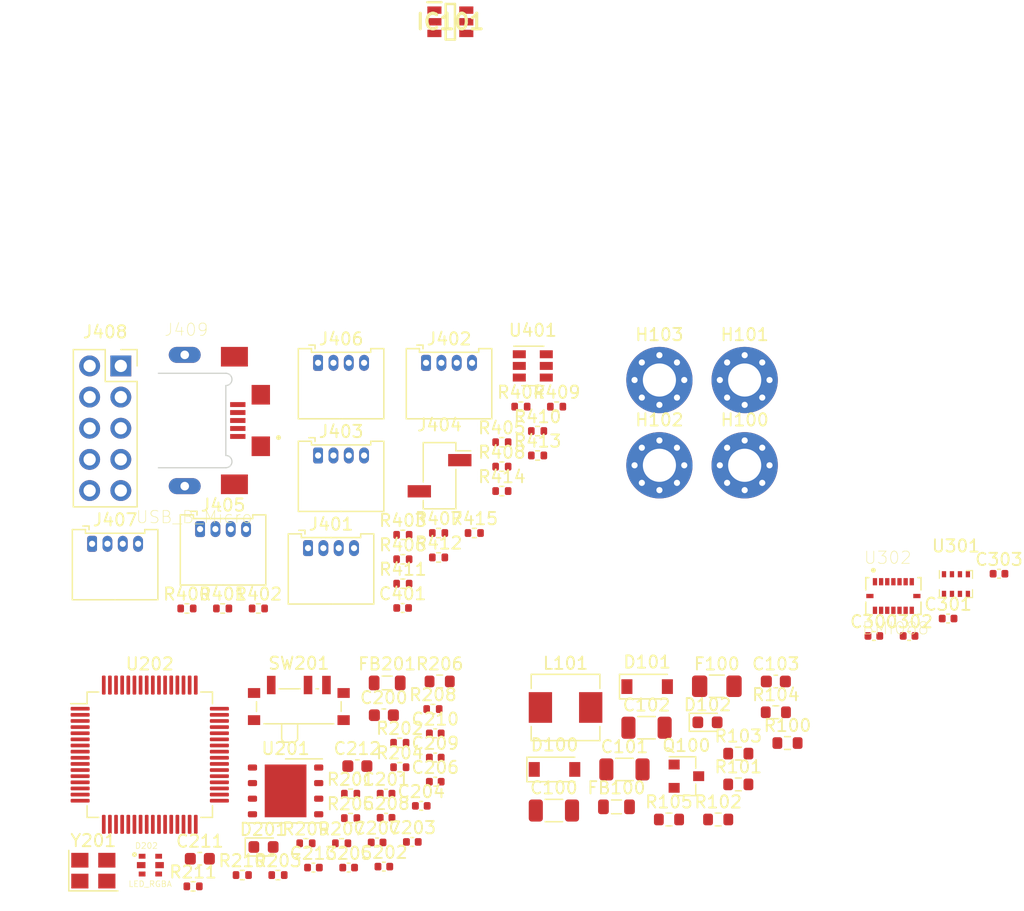
<source format=kicad_pcb>
(kicad_pcb (version 20171130) (host pcbnew "(5.1.10-1-10_14)")
  (layers (0 F.Cu signal) (31 B.Cu signal) (34 B.Paste user) (35 F.Paste user) (36 B.SilkS user) (37 F.SilkS user) (38 B.Mask user) (39 F.Mask user) (44 Edge.Cuts user))
  (net 0 "")
  (net 1 "Net-(C100-Pad1)")
  (net 2 GND)
  (net 3 +3V3)
  (net 4 BST)
  (net 5 SW)
  (net 6 +3.3VA)
  (net 7 HSE_IN)
  (net 8 "Net-(C210-Pad1)")
  (net 9 "Net-(C211-Pad1)")
  (net 10 "Net-(C212-Pad1)")
  (net 11 NRST)
  (net 12 "Net-(D100-Pad1)")
  (net 13 +5V)
  (net 14 "Net-(D102-Pad1)")
  (net 15 "Net-(D201-Pad1)")
  (net 16 "Net-(D201-Pad2)")
  (net 17 "Net-(D202-Pad1)")
  (net 18 "Net-(D202-Pad3)")
  (net 19 "Net-(D202-Pad2)")
  (net 20 "Net-(F100-Pad2)")
  (net 21 "Net-(J401-Pad2)")
  (net 22 "Net-(J401-Pad3)")
  (net 23 "Net-(J402-Pad3)")
  (net 24 "Net-(J402-Pad2)")
  (net 25 "Net-(J403-Pad3)")
  (net 26 "Net-(J403-Pad2)")
  (net 27 VCC)
  (net 28 "Net-(J405-Pad2)")
  (net 29 "Net-(J405-Pad3)")
  (net 30 "Net-(J406-Pad2)")
  (net 31 "Net-(J406-Pad3)")
  (net 32 "Net-(J407-Pad3)")
  (net 33 "Net-(J407-Pad2)")
  (net 34 "Net-(J408-Pad2)")
  (net 35 "Net-(J408-Pad4)")
  (net 36 "Net-(J408-Pad6)")
  (net 37 "Net-(J408-Pad7)")
  (net 38 "Net-(J408-Pad8)")
  (net 39 "Net-(J408-Pad10)")
  (net 40 USB_CONN_D+)
  (net 41 "Net-(J409-Pad4)")
  (net 42 USB_CONN_D-)
  (net 43 "Net-(IC101-Pad4)")
  (net 44 FB)
  (net 45 "Net-(R103-Pad2)")
  (net 46 FLASH_!WP)
  (net 47 FLASH_!HOLD)
  (net 48 BOOT0)
  (net 49 HSE_OUT)
  (net 50 BOOT1)
  (net 51 TIM3_CH1)
  (net 52 I2C1_SCL)
  (net 53 I2C1_SDA)
  (net 54 TIM3_CH2)
  (net 55 TIM4_CH1)
  (net 56 ADC1_IN0)
  (net 57 TIM2_CH3)
  (net 58 ADC1_IN1)
  (net 59 TIM2_CH4)
  (net 60 USART1_TX)
  (net 61 TIM3_CH3)
  (net 62 ADC1_IN2)
  (net 63 USART1_RX)
  (net 64 TIM3_CH4)
  (net 65 ADC1_IN3)
  (net 66 SWDIO)
  (net 67 SWCLK)
  (net 68 SWO)
  (net 69 SPI2_CS)
  (net 70 SPI2_MISO)
  (net 71 SPI2_MOSI)
  (net 72 SPI2_SCK)
  (net 73 "Net-(U202-Pad2)")
  (net 74 "Net-(U202-Pad3)")
  (net 75 "Net-(U202-Pad4)")
  (net 76 "Net-(U202-Pad8)")
  (net 77 "Net-(U202-Pad9)")
  (net 78 INT_ACC)
  (net 79 INT_GYR)
  (net 80 SPI1_CS_ACC)
  (net 81 SPI1_SCK)
  (net 82 SPI1_MISO)
  (net 83 SPI1_MOSI)
  (net 84 SPI1_CS_GYR)
  (net 85 "Net-(U202-Pad25)")
  (net 86 "Net-(U202-Pad39)")
  (net 87 "Net-(U202-Pad40)")
  (net 88 "Net-(U202-Pad41)")
  (net 89 USB_D-)
  (net 90 USB_D+)
  (net 91 SPI3_CS)
  (net 92 SPI3_SCK)
  (net 93 SPI3_MISO)
  (net 94 SPI3_MOSI)
  (net 95 "Net-(U202-Pad54)")
  (net 96 "Net-(U202-Pad59)")
  (net 97 "Net-(U302-Pad1)")
  (net 98 "Net-(U302-Pad13)")
  (module MP2359DJ-LF-Z:SOT95P280X100-6N (layer F.Cu) (at 189.700001 25.550001)
    (fp_text reference IC101 (at 0 0) (layer F.SilkS) (effects (font (size 1.27 1.27) (thickness 0.254))))
    (fp_text value MP2359DJ-LF-Z hide)
    (pad 6 smd rect (at 1.3 -0.95 90) (size 0.6 1.15) (layers F.Cu F.Paste F.Mask) (net 5 SW))
    (pad 5 smd rect (at 1.3 0 90) (size 0.6 1.15) (layers F.Cu F.Paste F.Mask) (net 1 "Net-(C100-Pad1)"))
    (pad 4 smd rect (at 1.3 0.95 90) (size 0.6 1.15) (layers F.Cu F.Paste F.Mask) (net 43 "Net-(IC101-Pad4)"))
    (pad 3 smd rect (at -1.3 0.95 90) (size 0.6 1.15) (layers F.Cu F.Paste F.Mask) (net 44 FB))
    (pad 2 smd rect (at -1.3 0 90) (size 0.6 1.15) (layers F.Cu F.Paste F.Mask) (net 2 GND))
    (pad 1 smd rect (at -1.3 -0.95 90) (size 0.6 1.15) (layers F.Cu F.Paste F.Mask) (net 4 BST))
  )
  (module Capacitor_SMD:C_1206_3216Metric (layer F.Cu) (at 198.140001 89.840001)
    (fp_text reference C100 (at 0 -1.85) (layer F.SilkS))
    (fp_text value 10u)
    (pad 1 smd roundrect (at -1.475 0) (size 1.15 1.8) (layers F.Cu F.Paste F.Mask) (roundrect_rratio 0.217391) (net 1 "Net-(C100-Pad1)"))
    (pad 2 smd roundrect (at 1.475 0) (size 1.15 1.8) (layers F.Cu F.Paste F.Mask) (roundrect_rratio 0.217391) (net 2 GND))
  )
  (module Capacitor_SMD:C_1206_3216Metric (layer F.Cu) (at 203.890001 86.490001)
    (fp_text reference C101 (at 0 -1.85) (layer F.SilkS))
    (fp_text value 10u)
    (pad 2 smd roundrect (at 1.475 0) (size 1.15 1.8) (layers F.Cu F.Paste F.Mask) (roundrect_rratio 0.217391) (net 2 GND))
    (pad 1 smd roundrect (at -1.475 0) (size 1.15 1.8) (layers F.Cu F.Paste F.Mask) (roundrect_rratio 0.217391) (net 3 +3V3))
  )
  (module Capacitor_SMD:C_1206_3216Metric (layer F.Cu) (at 205.690001 83.090001)
    (fp_text reference C102 (at 0 -1.85) (layer F.SilkS))
    (fp_text value 10u)
    (pad 1 smd roundrect (at -1.475 0) (size 1.15 1.8) (layers F.Cu F.Paste F.Mask) (roundrect_rratio 0.217391) (net 3 +3V3))
    (pad 2 smd roundrect (at 1.475 0) (size 1.15 1.8) (layers F.Cu F.Paste F.Mask) (roundrect_rratio 0.217391) (net 2 GND))
  )
  (module Capacitor_SMD:C_0603_1608Metric (layer F.Cu) (at 216.230001 79.320001)
    (fp_text reference C103 (at 0 -1.43) (layer F.SilkS))
    (fp_text value 10n)
    (pad 1 smd roundrect (at -0.775 0) (size 0.9 0.95) (layers F.Cu F.Paste F.Mask) (net 4 BST))
    (pad 2 smd roundrect (at 0.775 0) (size 0.9 0.95) (layers F.Cu F.Paste F.Mask) (net 5 SW))
  )
  (module Capacitor_SMD:C_0603_1608Metric (layer F.Cu) (at 184.280001 82.070001)
    (fp_text reference C200 (at 0 -1.43) (layer F.SilkS))
    (fp_text value 4u7)
    (pad 2 smd roundrect (at 0.775 0) (size 0.9 0.95) (layers F.Cu F.Paste F.Mask) (net 2 GND))
    (pad 1 smd roundrect (at -0.775 0) (size 0.9 0.95) (layers F.Cu F.Paste F.Mask) (net 3 +3V3))
  )
  (module Capacitor_SMD:C_0402_1005Metric (layer F.Cu) (at 184.460001 88.460001)
    (fp_text reference C201 (at 0 -1.16) (layer F.SilkS))
    (fp_text value 100n)
    (pad 1 smd roundrect (at -0.48 0) (size 0.56 0.62) (layers F.Cu F.Paste F.Mask) (net 3 +3V3))
    (pad 2 smd roundrect (at 0.48 0) (size 0.56 0.62) (layers F.Cu F.Paste F.Mask) (net 2 GND))
  )
  (module Capacitor_SMD:C_0402_1005Metric (layer F.Cu) (at 184.280001 94.410001)
    (fp_text reference C202 (at 0 -1.16) (layer F.SilkS))
    (fp_text value 100n)
    (pad 1 smd roundrect (at -0.48 0) (size 0.56 0.62) (layers F.Cu F.Paste F.Mask) (net 3 +3V3))
    (pad 2 smd roundrect (at 0.48 0) (size 0.56 0.62) (layers F.Cu F.Paste F.Mask) (net 2 GND))
  )
  (module Capacitor_SMD:C_0402_1005Metric (layer F.Cu) (at 186.600001 92.400001)
    (fp_text reference C203 (at 0 -1.16) (layer F.SilkS))
    (fp_text value 100n)
    (pad 1 smd roundrect (at -0.48 0) (size 0.56 0.62) (layers F.Cu F.Paste F.Mask) (net 3 +3V3))
    (pad 2 smd roundrect (at 0.48 0) (size 0.56 0.62) (layers F.Cu F.Paste F.Mask) (net 2 GND))
  )
  (module Capacitor_SMD:C_0402_1005Metric (layer F.Cu) (at 187.330001 89.460001)
    (fp_text reference C204 (at 0 -1.16) (layer F.SilkS))
    (fp_text value 100n)
    (pad 2 smd roundrect (at 0.48 0) (size 0.56 0.62) (layers F.Cu F.Paste F.Mask) (net 2 GND))
    (pad 1 smd roundrect (at -0.48 0) (size 0.56 0.62) (layers F.Cu F.Paste F.Mask) (net 3 +3V3))
  )
  (module Capacitor_SMD:C_0402_1005Metric (layer F.Cu) (at 181.410001 94.490001)
    (fp_text reference C205 (at 0 -1.16) (layer F.SilkS))
    (fp_text value 100n)
    (pad 2 smd roundrect (at 0.48 0) (size 0.56 0.62) (layers F.Cu F.Paste F.Mask) (net 2 GND))
    (pad 1 smd roundrect (at -0.48 0) (size 0.56 0.62) (layers F.Cu F.Paste F.Mask) (net 3 +3V3))
  )
  (module Capacitor_SMD:C_0402_1005Metric (layer F.Cu) (at 188.470001 87.490001)
    (fp_text reference C206 (at 0 -1.16) (layer F.SilkS))
    (fp_text value 100n)
    (pad 1 smd roundrect (at -0.48 0) (size 0.56 0.62) (layers F.Cu F.Paste F.Mask) (net 3 +3V3))
    (pad 2 smd roundrect (at 0.48 0) (size 0.56 0.62) (layers F.Cu F.Paste F.Mask) (net 2 GND))
  )
  (module Capacitor_SMD:C_0402_1005Metric (layer F.Cu) (at 183.730001 92.440001)
    (fp_text reference C207 (at 0 -1.16) (layer F.SilkS))
    (fp_text value 1u)
    (pad 2 smd roundrect (at 0.48 0) (size 0.56 0.62) (layers F.Cu F.Paste F.Mask) (net 2 GND))
    (pad 1 smd roundrect (at -0.48 0) (size 0.56 0.62) (layers F.Cu F.Paste F.Mask) (net 6 +3.3VA))
  )
  (module Capacitor_SMD:C_0402_1005Metric (layer F.Cu) (at 184.460001 90.430001)
    (fp_text reference C208 (at 0 -1.16) (layer F.SilkS))
    (fp_text value 10n)
    (pad 1 smd roundrect (at -0.48 0) (size 0.56 0.62) (layers F.Cu F.Paste F.Mask) (net 6 +3.3VA))
    (pad 2 smd roundrect (at 0.48 0) (size 0.56 0.62) (layers F.Cu F.Paste F.Mask) (net 2 GND))
  )
  (module Capacitor_SMD:C_0402_1005Metric (layer F.Cu) (at 188.470001 85.520001)
    (fp_text reference C209 (at 0 -1.16) (layer F.SilkS))
    (fp_text value 12p)
    (pad 1 smd roundrect (at -0.48 0) (size 0.56 0.62) (layers F.Cu F.Paste F.Mask) (net 7 HSE_IN))
    (pad 2 smd roundrect (at 0.48 0) (size 0.56 0.62) (layers F.Cu F.Paste F.Mask) (net 2 GND))
  )
  (module Capacitor_SMD:C_0402_1005Metric (layer F.Cu) (at 188.470001 83.550001)
    (fp_text reference C210 (at 0 -1.16) (layer F.SilkS))
    (fp_text value 12p)
    (pad 2 smd roundrect (at 0.48 0) (size 0.56 0.62) (layers F.Cu F.Paste F.Mask) (net 2 GND))
    (pad 1 smd roundrect (at -0.48 0) (size 0.56 0.62) (layers F.Cu F.Paste F.Mask) (net 8 "Net-(C210-Pad1)"))
  )
  (module Capacitor_SMD:C_0603_1608Metric (layer F.Cu) (at 169.280001 93.770001)
    (fp_text reference C211 (at 0 -1.43) (layer F.SilkS))
    (fp_text value 2u2)
    (pad 2 smd roundrect (at 0.775 0) (size 0.9 0.95) (layers F.Cu F.Paste F.Mask) (net 2 GND))
    (pad 1 smd roundrect (at -0.775 0) (size 0.9 0.95) (layers F.Cu F.Paste F.Mask) (net 9 "Net-(C211-Pad1)"))
  )
  (module Capacitor_SMD:C_0603_1608Metric (layer F.Cu) (at 182.120001 86.220001)
    (fp_text reference C212 (at 0 -1.43) (layer F.SilkS))
    (fp_text value 2u2)
    (pad 1 smd roundrect (at -0.775 0) (size 0.9 0.95) (layers F.Cu F.Paste F.Mask) (net 10 "Net-(C212-Pad1)"))
    (pad 2 smd roundrect (at 0.775 0) (size 0.9 0.95) (layers F.Cu F.Paste F.Mask) (net 2 GND))
  )
  (module Capacitor_SMD:C_0402_1005Metric (layer F.Cu) (at 178.540001 94.490001)
    (fp_text reference C213 (at 0 -1.16) (layer F.SilkS))
    (fp_text value 100n)
    (pad 1 smd roundrect (at -0.48 0) (size 0.56 0.62) (layers F.Cu F.Paste F.Mask) (net 3 +3V3))
    (pad 2 smd roundrect (at 0.48 0) (size 0.56 0.62) (layers F.Cu F.Paste F.Mask) (net 2 GND))
  )
  (module Capacitor_SMD:C_0402_1005Metric (layer F.Cu) (at 224.220001 75.610001)
    (fp_text reference C300 (at 0 -1.16) (layer F.SilkS))
    (fp_text value 100n)
    (pad 2 smd roundrect (at 0.48 0) (size 0.56 0.62) (layers F.Cu F.Paste F.Mask) (net 2 GND))
    (pad 1 smd roundrect (at -0.48 0) (size 0.56 0.62) (layers F.Cu F.Paste F.Mask) (net 3 +3V3))
  )
  (module Capacitor_SMD:C_0402_1005Metric (layer F.Cu) (at 230.270001 74.190001)
    (fp_text reference C301 (at 0 -1.16) (layer F.SilkS))
    (fp_text value 100n)
    (pad 1 smd roundrect (at -0.48 0) (size 0.56 0.62) (layers F.Cu F.Paste F.Mask) (net 3 +3V3))
    (pad 2 smd roundrect (at 0.48 0) (size 0.56 0.62) (layers F.Cu F.Paste F.Mask) (net 2 GND))
  )
  (module Capacitor_SMD:C_0402_1005Metric (layer F.Cu) (at 227.090001 75.610001)
    (fp_text reference C302 (at 0 -1.16) (layer F.SilkS))
    (fp_text value 100n)
    (pad 2 smd roundrect (at 0.48 0) (size 0.56 0.62) (layers F.Cu F.Paste F.Mask) (net 2 GND))
    (pad 1 smd roundrect (at -0.48 0) (size 0.56 0.62) (layers F.Cu F.Paste F.Mask) (net 3 +3V3))
  )
  (module Capacitor_SMD:C_0402_1005Metric (layer F.Cu) (at 234.420001 70.540001)
    (fp_text reference C303 (at 0 -1.16) (layer F.SilkS))
    (fp_text value 100n)
    (pad 2 smd roundrect (at 0.48 0) (size 0.56 0.62) (layers F.Cu F.Paste F.Mask) (net 2 GND))
    (pad 1 smd roundrect (at -0.48 0) (size 0.56 0.62) (layers F.Cu F.Paste F.Mask) (net 3 +3V3))
  )
  (module Capacitor_SMD:C_0402_1005Metric (layer F.Cu) (at 185.810001 73.330001)
    (fp_text reference C401 (at 0 -1.16) (layer F.SilkS))
    (fp_text value 100n)
    (pad 2 smd roundrect (at 0.48 0) (size 0.56 0.62) (layers F.Cu F.Paste F.Mask) (net 2 GND))
    (pad 1 smd roundrect (at -0.48 0) (size 0.56 0.62) (layers F.Cu F.Paste F.Mask) (net 11 NRST))
  )
  (module Diode_SMD:D_SOD-123 (layer F.Cu) (at 198.190001 86.490001)
    (fp_text reference D100 (at 0 -2) (layer F.SilkS))
    (fp_text value B5819W)
    (pad 1 smd rect (at -1.65 0) (size 0.9 1.2) (layers F.Cu F.Paste F.Mask) (net 12 "Net-(D100-Pad1)"))
    (pad 2 smd rect (at 1.65 0) (size 0.9 1.2) (layers F.Cu F.Paste F.Mask) (net 13 +5V))
  )
  (module Diode_SMD:D_SOD-123 (layer F.Cu) (at 205.740001 79.740001)
    (fp_text reference D101 (at 0 -2) (layer F.SilkS))
    (fp_text value B5819W)
    (pad 2 smd rect (at 1.65 0) (size 0.9 1.2) (layers F.Cu F.Paste F.Mask) (net 2 GND))
    (pad 1 smd rect (at -1.65 0) (size 0.9 1.2) (layers F.Cu F.Paste F.Mask) (net 5 SW))
  )
  (module LED_SMD:LED_0603_1608Metric (layer F.Cu) (at 210.660001 82.650001)
    (fp_text reference D102 (at 0 -1.43) (layer F.SilkS))
    (fp_text value GREEN)
    (pad 2 smd roundrect (at 0.7875 0) (size 0.875 0.95) (layers F.Cu F.Paste F.Mask) (net 3 +3V3))
    (pad 1 smd roundrect (at -0.7875 0) (size 0.875 0.95) (layers F.Cu F.Paste F.Mask) (net 14 "Net-(D102-Pad1)"))
  )
  (module LED_SMD:LED_0603_1608Metric (layer F.Cu) (at 174.470001 92.810001)
    (fp_text reference D201 (at 0 -1.43) (layer F.SilkS))
    (fp_text value RED)
    (pad 1 smd roundrect (at -0.7875 0) (size 0.875 0.95) (layers F.Cu F.Paste F.Mask) (net 15 "Net-(D201-Pad1)"))
    (pad 2 smd roundrect (at 0.7875 0) (size 0.875 0.95) (layers F.Cu F.Paste F.Mask) (net 16 "Net-(D201-Pad2)"))
  )
  (module 19-337_R6GHBHC-A01_2T:LED_19-337%2fR6GHBHC-A01%2f2T (layer F.Cu) (at 165.250001 94.290001)
    (fp_text reference D202 (at -0.321252 -1.57701) (layer F.SilkS) (effects (font (size 0.480672 0.480672) (thickness 0.05))))
    (fp_text value LED_RGBA (at -0.016025 1.5373) (layer F.SilkS) (effects (font (size 0.480657 0.480657) (thickness 0.05))))
    (pad 1 smd rect (at -0.675 -0.725) (size 0.55 0.4) (layers F.Cu F.Paste) (net 17 "Net-(D202-Pad1)"))
    (pad 3 smd rect (at -0.675 0.725) (size 0.55 0.4) (layers F.Cu F.Paste) (net 18 "Net-(D202-Pad3)"))
    (pad 4 smd rect (at 0.675 -0.725) (size 0.55 0.4) (layers F.Cu F.Paste) (net 3 +3V3))
    (pad 6 smd rect (at 0.675 0.725) (size 0.55 0.4) (layers F.Cu F.Paste))
    (pad 2 smd rect (at -0.75 0) (size 0.7 0.5) (layers F.Cu F.Paste) (net 19 "Net-(D202-Pad2)"))
    (pad 5 smd rect (at 0.75 0) (size 0.7 0.5) (layers F.Cu F.Paste))
  )
  (module Fuse:Fuse_1206_3216Metric (layer F.Cu) (at 211.420001 79.710001)
    (fp_text reference F100 (at 0 -1.82) (layer F.SilkS))
    (fp_text value 250mA)
    (pad 1 smd roundrect (at -1.4 0) (size 1.25 1.75) (layers F.Cu F.Paste F.Mask) (roundrect_rratio 0.2) (net 12 "Net-(D100-Pad1)"))
    (pad 2 smd roundrect (at 1.4 0) (size 1.25 1.75) (layers F.Cu F.Paste F.Mask) (roundrect_rratio 0.2) (net 20 "Net-(F100-Pad2)"))
  )
  (module Inductor_SMD:L_0805_2012Metric (layer F.Cu) (at 203.240001 89.540001)
    (fp_text reference FB100 (at 0 -1.55) (layer F.SilkS))
    (fp_text value "600 @ 600 MHz")
    (pad 2 smd roundrect (at 1.0625 0) (size 0.875 1.2) (layers F.Cu F.Paste F.Mask) (net 20 "Net-(F100-Pad2)"))
    (pad 1 smd roundrect (at -1.0625 0) (size 0.875 1.2) (layers F.Cu F.Paste F.Mask) (net 1 "Net-(C100-Pad1)"))
  )
  (module Inductor_SMD:L_0805_2012Metric (layer F.Cu) (at 184.550001 79.440001)
    (fp_text reference FB201 (at 0 -1.55) (layer F.SilkS))
    (fp_text value "600 @ 600 Hz")
    (pad 1 smd roundrect (at -1.0625 0) (size 0.875 1.2) (layers F.Cu F.Paste F.Mask) (net 6 +3.3VA))
    (pad 2 smd roundrect (at 1.0625 0) (size 0.875 1.2) (layers F.Cu F.Paste F.Mask) (net 3 +3V3))
  )
  (module MountingHole:MountingHole_2.7mm_Pad_Via (layer F.Cu) (at 213.690001 61.700001)
    (fp_text reference H100 (at 0 -3.7) (layer F.SilkS))
    (fp_text value MountingHole_Pad)
    (pad 1 thru_hole circle (at 0 0) (size 5.4 5.4) (drill 2.7) (layers *.Cu *.Mask) (net 2 GND))
    (pad 1 thru_hole circle (at 2.025 0) (size 0.8 0.8) (drill 0.5) (layers *.Cu *.Mask) (net 2 GND))
    (pad 1 thru_hole circle (at 1.431891 1.431891) (size 0.8 0.8) (drill 0.5) (layers *.Cu *.Mask) (net 2 GND))
    (pad 1 thru_hole circle (at 0 2.025) (size 0.8 0.8) (drill 0.5) (layers *.Cu *.Mask) (net 2 GND))
    (pad 1 thru_hole circle (at -1.431891 1.431891) (size 0.8 0.8) (drill 0.5) (layers *.Cu *.Mask) (net 2 GND))
    (pad 1 thru_hole circle (at -2.025 0) (size 0.8 0.8) (drill 0.5) (layers *.Cu *.Mask) (net 2 GND))
    (pad 1 thru_hole circle (at -1.431891 -1.431891) (size 0.8 0.8) (drill 0.5) (layers *.Cu *.Mask) (net 2 GND))
    (pad 1 thru_hole circle (at 0 -2.025) (size 0.8 0.8) (drill 0.5) (layers *.Cu *.Mask) (net 2 GND))
    (pad 1 thru_hole circle (at 1.431891 -1.431891) (size 0.8 0.8) (drill 0.5) (layers *.Cu *.Mask) (net 2 GND))
  )
  (module MountingHole:MountingHole_2.7mm_Pad_Via (layer F.Cu) (at 213.690001 54.750001)
    (fp_text reference H101 (at 0 -3.7) (layer F.SilkS))
    (fp_text value MountingHole_Pad)
    (pad 1 thru_hole circle (at 1.431891 -1.431891) (size 0.8 0.8) (drill 0.5) (layers *.Cu *.Mask) (net 2 GND))
    (pad 1 thru_hole circle (at 0 -2.025) (size 0.8 0.8) (drill 0.5) (layers *.Cu *.Mask) (net 2 GND))
    (pad 1 thru_hole circle (at -1.431891 -1.431891) (size 0.8 0.8) (drill 0.5) (layers *.Cu *.Mask) (net 2 GND))
    (pad 1 thru_hole circle (at -2.025 0) (size 0.8 0.8) (drill 0.5) (layers *.Cu *.Mask) (net 2 GND))
    (pad 1 thru_hole circle (at -1.431891 1.431891) (size 0.8 0.8) (drill 0.5) (layers *.Cu *.Mask) (net 2 GND))
    (pad 1 thru_hole circle (at 0 2.025) (size 0.8 0.8) (drill 0.5) (layers *.Cu *.Mask) (net 2 GND))
    (pad 1 thru_hole circle (at 1.431891 1.431891) (size 0.8 0.8) (drill 0.5) (layers *.Cu *.Mask) (net 2 GND))
    (pad 1 thru_hole circle (at 2.025 0) (size 0.8 0.8) (drill 0.5) (layers *.Cu *.Mask) (net 2 GND))
    (pad 1 thru_hole circle (at 0 0) (size 5.4 5.4) (drill 2.7) (layers *.Cu *.Mask) (net 2 GND))
  )
  (module MountingHole:MountingHole_2.7mm_Pad_Via (layer F.Cu) (at 206.740001 61.700001)
    (fp_text reference H102 (at 0 -3.7) (layer F.SilkS))
    (fp_text value MountingHole_Pad)
    (pad 1 thru_hole circle (at 0 0) (size 5.4 5.4) (drill 2.7) (layers *.Cu *.Mask) (net 2 GND))
    (pad 1 thru_hole circle (at 2.025 0) (size 0.8 0.8) (drill 0.5) (layers *.Cu *.Mask) (net 2 GND))
    (pad 1 thru_hole circle (at 1.431891 1.431891) (size 0.8 0.8) (drill 0.5) (layers *.Cu *.Mask) (net 2 GND))
    (pad 1 thru_hole circle (at 0 2.025) (size 0.8 0.8) (drill 0.5) (layers *.Cu *.Mask) (net 2 GND))
    (pad 1 thru_hole circle (at -1.431891 1.431891) (size 0.8 0.8) (drill 0.5) (layers *.Cu *.Mask) (net 2 GND))
    (pad 1 thru_hole circle (at -2.025 0) (size 0.8 0.8) (drill 0.5) (layers *.Cu *.Mask) (net 2 GND))
    (pad 1 thru_hole circle (at -1.431891 -1.431891) (size 0.8 0.8) (drill 0.5) (layers *.Cu *.Mask) (net 2 GND))
    (pad 1 thru_hole circle (at 0 -2.025) (size 0.8 0.8) (drill 0.5) (layers *.Cu *.Mask) (net 2 GND))
    (pad 1 thru_hole circle (at 1.431891 -1.431891) (size 0.8 0.8) (drill 0.5) (layers *.Cu *.Mask) (net 2 GND))
  )
  (module MountingHole:MountingHole_2.7mm_Pad_Via (layer F.Cu) (at 206.740001 54.750001)
    (fp_text reference H103 (at 0 -3.7) (layer F.SilkS))
    (fp_text value MountingHole_Pad)
    (pad 1 thru_hole circle (at 1.431891 -1.431891) (size 0.8 0.8) (drill 0.5) (layers *.Cu *.Mask) (net 2 GND))
    (pad 1 thru_hole circle (at 0 -2.025) (size 0.8 0.8) (drill 0.5) (layers *.Cu *.Mask) (net 2 GND))
    (pad 1 thru_hole circle (at -1.431891 -1.431891) (size 0.8 0.8) (drill 0.5) (layers *.Cu *.Mask) (net 2 GND))
    (pad 1 thru_hole circle (at -2.025 0) (size 0.8 0.8) (drill 0.5) (layers *.Cu *.Mask) (net 2 GND))
    (pad 1 thru_hole circle (at -1.431891 1.431891) (size 0.8 0.8) (drill 0.5) (layers *.Cu *.Mask) (net 2 GND))
    (pad 1 thru_hole circle (at 0 2.025) (size 0.8 0.8) (drill 0.5) (layers *.Cu *.Mask) (net 2 GND))
    (pad 1 thru_hole circle (at 1.431891 1.431891) (size 0.8 0.8) (drill 0.5) (layers *.Cu *.Mask) (net 2 GND))
    (pad 1 thru_hole circle (at 2.025 0) (size 0.8 0.8) (drill 0.5) (layers *.Cu *.Mask) (net 2 GND))
    (pad 1 thru_hole circle (at 0 0) (size 5.4 5.4) (drill 2.7) (layers *.Cu *.Mask) (net 2 GND))
  )
  (module Connector_Molex:Molex_PicoBlade_53048-0410_1x04_P1.25mm_Horizontal (layer F.Cu) (at 178.100001 68.450001)
    (fp_text reference J401 (at 1.88 -1.95) (layer F.SilkS))
    (fp_text value Conn_01x04)
    (pad 1 thru_hole roundrect (at 0 0) (size 0.8 1.3) (drill 0.5) (layers *.Cu *.Mask) (net 3 +3V3))
    (pad 2 thru_hole oval (at 1.25 0) (size 0.8 1.3) (drill 0.5) (layers *.Cu *.Mask) (net 21 "Net-(J401-Pad2)"))
    (pad 3 thru_hole oval (at 2.5 0) (size 0.8 1.3) (drill 0.5) (layers *.Cu *.Mask) (net 22 "Net-(J401-Pad3)"))
    (pad 4 thru_hole oval (at 3.75 0) (size 0.8 1.3) (drill 0.5) (layers *.Cu *.Mask) (net 2 GND))
  )
  (module Connector_Molex:Molex_PicoBlade_53048-0410_1x04_P1.25mm_Horizontal (layer F.Cu) (at 187.720001 53.350001)
    (fp_text reference J402 (at 1.88 -1.95) (layer F.SilkS))
    (fp_text value Conn_01x04)
    (pad 4 thru_hole oval (at 3.75 0) (size 0.8 1.3) (drill 0.5) (layers *.Cu *.Mask) (net 2 GND))
    (pad 3 thru_hole oval (at 2.5 0) (size 0.8 1.3) (drill 0.5) (layers *.Cu *.Mask) (net 23 "Net-(J402-Pad3)"))
    (pad 2 thru_hole oval (at 1.25 0) (size 0.8 1.3) (drill 0.5) (layers *.Cu *.Mask) (net 24 "Net-(J402-Pad2)"))
    (pad 1 thru_hole roundrect (at 0 0) (size 0.8 1.3) (drill 0.5) (layers *.Cu *.Mask) (net 3 +3V3))
  )
  (module Connector_Molex:Molex_PicoBlade_53048-0410_1x04_P1.25mm_Horizontal (layer F.Cu) (at 178.920001 60.900001)
    (fp_text reference J403 (at 1.88 -1.95) (layer F.SilkS))
    (fp_text value Conn_01x04)
    (pad 4 thru_hole oval (at 3.75 0) (size 0.8 1.3) (drill 0.5) (layers *.Cu *.Mask) (net 2 GND))
    (pad 3 thru_hole oval (at 2.5 0) (size 0.8 1.3) (drill 0.5) (layers *.Cu *.Mask) (net 25 "Net-(J403-Pad3)"))
    (pad 2 thru_hole oval (at 1.25 0) (size 0.8 1.3) (drill 0.5) (layers *.Cu *.Mask) (net 26 "Net-(J403-Pad2)"))
    (pad 1 thru_hole roundrect (at 0 0) (size 0.8 1.3) (drill 0.5) (layers *.Cu *.Mask) (net 3 +3V3))
  )
  (module Connector_PinSocket_2.54mm:PinSocket_1x02_P2.54mm_Vertical_SMD_Pin1Right (layer F.Cu) (at 188.820001 62.550001)
    (fp_text reference J404 (at 0 -4.14) (layer F.SilkS))
    (fp_text value Conn_01x02)
    (pad 2 smd rect (at -1.65 1.27) (size 1.9 1) (layers F.Cu F.Paste F.Mask) (net 2 GND))
    (pad 1 smd rect (at 1.65 -1.27) (size 1.9 1) (layers F.Cu F.Paste F.Mask) (net 27 VCC))
  )
  (module Connector_Molex:Molex_PicoBlade_53048-0410_1x04_P1.25mm_Horizontal (layer F.Cu) (at 169.300001 66.900001)
    (fp_text reference J405 (at 1.88 -1.95) (layer F.SilkS))
    (fp_text value Conn_01x04)
    (pad 1 thru_hole roundrect (at 0 0) (size 0.8 1.3) (drill 0.5) (layers *.Cu *.Mask) (net 3 +3V3))
    (pad 2 thru_hole oval (at 1.25 0) (size 0.8 1.3) (drill 0.5) (layers *.Cu *.Mask) (net 28 "Net-(J405-Pad2)"))
    (pad 3 thru_hole oval (at 2.5 0) (size 0.8 1.3) (drill 0.5) (layers *.Cu *.Mask) (net 29 "Net-(J405-Pad3)"))
    (pad 4 thru_hole oval (at 3.75 0) (size 0.8 1.3) (drill 0.5) (layers *.Cu *.Mask) (net 2 GND))
  )
  (module Connector_Molex:Molex_PicoBlade_53048-0410_1x04_P1.25mm_Horizontal (layer F.Cu) (at 178.920001 53.350001)
    (fp_text reference J406 (at 1.88 -1.95) (layer F.SilkS))
    (fp_text value Conn_01x04)
    (pad 1 thru_hole roundrect (at 0 0) (size 0.8 1.3) (drill 0.5) (layers *.Cu *.Mask) (net 3 +3V3))
    (pad 2 thru_hole oval (at 1.25 0) (size 0.8 1.3) (drill 0.5) (layers *.Cu *.Mask) (net 30 "Net-(J406-Pad2)"))
    (pad 3 thru_hole oval (at 2.5 0) (size 0.8 1.3) (drill 0.5) (layers *.Cu *.Mask) (net 31 "Net-(J406-Pad3)"))
    (pad 4 thru_hole oval (at 3.75 0) (size 0.8 1.3) (drill 0.5) (layers *.Cu *.Mask) (net 2 GND))
  )
  (module Connector_Molex:Molex_PicoBlade_53048-0410_1x04_P1.25mm_Horizontal (layer F.Cu) (at 160.500001 68.100001)
    (fp_text reference J407 (at 1.88 -1.95) (layer F.SilkS))
    (fp_text value Conn_01x04)
    (pad 4 thru_hole oval (at 3.75 0) (size 0.8 1.3) (drill 0.5) (layers *.Cu *.Mask) (net 2 GND))
    (pad 3 thru_hole oval (at 2.5 0) (size 0.8 1.3) (drill 0.5) (layers *.Cu *.Mask) (net 32 "Net-(J407-Pad3)"))
    (pad 2 thru_hole oval (at 1.25 0) (size 0.8 1.3) (drill 0.5) (layers *.Cu *.Mask) (net 33 "Net-(J407-Pad2)"))
    (pad 1 thru_hole roundrect (at 0 0) (size 0.8 1.3) (drill 0.5) (layers *.Cu *.Mask) (net 3 +3V3))
  )
  (module Connector_PinSocket_2.54mm:PinSocket_2x05_P2.54mm_Vertical (layer F.Cu) (at 162.840001 53.600001)
    (fp_text reference J408 (at -1.27 -2.77) (layer F.SilkS))
    (fp_text value Conn_02x05_Odd_Even)
    (pad 1 thru_hole rect (at 0 0) (size 1.7 1.7) (drill 1) (layers *.Cu *.Mask) (net 3 +3V3))
    (pad 2 thru_hole oval (at -2.54 0) (size 1.7 1.7) (drill 1) (layers *.Cu *.Mask) (net 34 "Net-(J408-Pad2)"))
    (pad 3 thru_hole oval (at 0 2.54) (size 1.7 1.7) (drill 1) (layers *.Cu *.Mask) (net 2 GND))
    (pad 4 thru_hole oval (at -2.54 2.54) (size 1.7 1.7) (drill 1) (layers *.Cu *.Mask) (net 35 "Net-(J408-Pad4)"))
    (pad 5 thru_hole oval (at 0 5.08) (size 1.7 1.7) (drill 1) (layers *.Cu *.Mask) (net 2 GND))
    (pad 6 thru_hole oval (at -2.54 5.08) (size 1.7 1.7) (drill 1) (layers *.Cu *.Mask) (net 36 "Net-(J408-Pad6)"))
    (pad 7 thru_hole oval (at 0 7.62) (size 1.7 1.7) (drill 1) (layers *.Cu *.Mask) (net 37 "Net-(J408-Pad7)"))
    (pad 8 thru_hole oval (at -2.54 7.62) (size 1.7 1.7) (drill 1) (layers *.Cu *.Mask) (net 38 "Net-(J408-Pad8)"))
    (pad 9 thru_hole oval (at 0 10.16) (size 1.7 1.7) (drill 1) (layers *.Cu *.Mask) (net 2 GND))
    (pad 10 thru_hole oval (at -2.54 10.16) (size 1.7 1.7) (drill 1) (layers *.Cu *.Mask) (net 39 "Net-(J408-Pad10)"))
  )
  (module UJ2-MIBH-4-MSMT:CUI_UJ2-MIBH-4-MSMT (layer F.Cu) (at 168.050001 58.050001)
    (fp_text reference J409 (at 0.12729 -7.40021) (layer F.SilkS) (effects (font (thickness 0.05))))
    (fp_text value USB_B_Micro (at 0.76818 7.8723) (layer F.SilkS) (effects (font (thickness 0.05))))
    (fp_arc (start 3.35 3.35) (end 3.35 3.85) (angle -180) (layer Edge.Cuts) (width 0))
    (fp_arc (start 3.35 -3.35) (end 3.35 -2.85) (angle -180) (layer Edge.Cuts) (width 0))
    (fp_line (start 3.35 -2.85) (end 3.35 2.85) (layer Edge.Cuts) (width 0))
    (fp_line (start 3.35 3.85) (end -2.15 3.85) (layer Edge.Cuts) (width 0))
    (fp_line (start 3.35 -3.85) (end -2.15 -3.85) (layer Edge.Cuts) (width 0))
    (fp_line (start -0.4 5.7) (end 0.4 5.7) (layer Edge.Cuts) (width 0.0001))
    (fp_arc (start 0.4 5.35) (end 0.4 5.7) (angle -180) (layer Edge.Cuts) (width 0.0001))
    (fp_arc (start -0.4 5.35) (end -0.4 5.7) (angle 180) (layer Edge.Cuts) (width 0.0001))
    (fp_line (start -0.4 5) (end 0.4 5) (layer Edge.Cuts) (width 0.0001))
    (fp_line (start -0.4 -5) (end 0.4 -5) (layer Edge.Cuts) (width 0.0001))
    (fp_line (start -0.4 -5.7) (end 0.4 -5.7) (layer Edge.Cuts) (width 0.0001))
    (fp_arc (start 0.4 5.35) (end 0.4 5.7) (angle -180) (layer Edge.Cuts) (width 0.0001))
    (fp_arc (start 0.4 -5.35) (end 0.4 -5) (angle -180) (layer Edge.Cuts) (width 0.0001))
    (fp_arc (start -0.4 5.35) (end -0.4 5.7) (angle 180) (layer Edge.Cuts) (width 0.0001))
    (fp_arc (start -0.4 -5.35) (end -0.4 -5) (angle 180) (layer Edge.Cuts) (width 0.0001))
    (pad 3 smd rect (at 4.325 0) (size 1.25 0.4) (layers F.Cu F.Paste) (net 40 USB_CONN_D+))
    (pad 4 smd rect (at 4.325 -0.65) (size 1.25 0.4) (layers F.Cu F.Paste) (net 41 "Net-(J409-Pad4)"))
    (pad 5 smd rect (at 4.325 -1.3) (size 1.25 0.4) (layers F.Cu F.Paste) (net 2 GND))
    (pad 2 smd rect (at 4.325 0.65) (size 1.25 0.4) (layers F.Cu F.Paste) (net 42 USB_CONN_D-))
    (pad 1 smd rect (at 4.325 1.3) (size 1.25 0.4) (layers F.Cu F.Paste) (net 13 +5V))
    (pad S6 smd rect (at 6.2 2.1) (size 1.5 1.6) (layers F.Cu F.Paste))
    (pad S3 smd rect (at 6.2 -2.1) (size 1.5 1.6) (layers F.Cu F.Paste))
    (pad S2 smd rect (at 4.05 -5.2) (size 2.2 1.6) (layers F.Cu F.Paste))
    (pad S5 smd rect (at 4.05 5.2) (size 2.2 1.6) (layers F.Cu F.Paste))
    (pad S1 thru_hole oval (at 0 -5.35) (size 2.6 1.3) (drill 0.7) (layers *.Cu *.Mask))
    (pad S4 thru_hole oval (at 0 5.35) (size 2.6 1.3) (drill 0.7) (layers *.Cu *.Mask))
  )
  (module Inductor_SMD:L_Sunlord_MWSA0518_5.4x5.2mm (layer F.Cu) (at 199.090001 81.440001)
    (fp_text reference L101 (at 0 -3.6) (layer F.SilkS))
    (fp_text value 10u)
    (pad 1 smd rect (at -2.05 0) (size 1.9 2.5) (layers F.Cu F.Paste F.Mask) (net 5 SW))
    (pad 2 smd rect (at 2.05 0) (size 1.9 2.5) (layers F.Cu F.Paste F.Mask) (net 3 +3V3))
  )
  (module Package_TO_SOT_SMD:SOT-23 (layer F.Cu) (at 208.940001 87.040001)
    (fp_text reference Q100 (at 0 -2.5) (layer F.SilkS))
    (fp_text value AO3401A)
    (pad 1 smd rect (at -1 -0.95) (size 0.9 0.8) (layers F.Cu F.Paste F.Mask) (net 2 GND))
    (pad 2 smd rect (at -1 0.95) (size 0.9 0.8) (layers F.Cu F.Paste F.Mask) (net 12 "Net-(D100-Pad1)"))
    (pad 3 smd rect (at 1 0) (size 0.9 0.8) (layers F.Cu F.Paste F.Mask) (net 27 VCC))
  )
  (module Resistor_SMD:R_0603_1608Metric (layer F.Cu) (at 217.180001 84.340001)
    (fp_text reference R100 (at 0 -1.43) (layer F.SilkS))
    (fp_text value 100k)
    (pad 1 smd roundrect (at -0.825 0) (size 0.8 0.95) (layers F.Cu F.Paste F.Mask) (net 1 "Net-(C100-Pad1)"))
    (pad 2 smd roundrect (at 0.825 0) (size 0.8 0.95) (layers F.Cu F.Paste F.Mask) (net 43 "Net-(IC101-Pad4)"))
  )
  (module Resistor_SMD:R_0603_1608Metric (layer F.Cu) (at 213.170001 87.710001)
    (fp_text reference R101 (at 0 -1.43) (layer F.SilkS))
    (fp_text value 68k)
    (pad 2 smd roundrect (at 0.825 0) (size 0.8 0.95) (layers F.Cu F.Paste F.Mask) (net 2 GND))
    (pad 1 smd roundrect (at -0.825 0) (size 0.8 0.95) (layers F.Cu F.Paste F.Mask) (net 43 "Net-(IC101-Pad4)"))
  )
  (module Resistor_SMD:R_0603_1608Metric (layer F.Cu) (at 211.530001 90.570001)
    (fp_text reference R102 (at 0 -1.43) (layer F.SilkS))
    (fp_text value 47k)
    (pad 1 smd roundrect (at -0.825 0) (size 0.8 0.95) (layers F.Cu F.Paste F.Mask) (net 3 +3V3))
    (pad 2 smd roundrect (at 0.825 0) (size 0.8 0.95) (layers F.Cu F.Paste F.Mask) (net 44 FB))
  )
  (module Resistor_SMD:R_0603_1608Metric (layer F.Cu) (at 213.170001 85.200001)
    (fp_text reference R103 (at 0 -1.43) (layer F.SilkS))
    (fp_text value 15k)
    (pad 2 smd roundrect (at 0.825 0) (size 0.8 0.95) (layers F.Cu F.Paste F.Mask) (net 45 "Net-(R103-Pad2)"))
    (pad 1 smd roundrect (at -0.825 0) (size 0.8 0.95) (layers F.Cu F.Paste F.Mask) (net 44 FB))
  )
  (module Resistor_SMD:R_0603_1608Metric (layer F.Cu) (at 216.230001 81.830001)
    (fp_text reference R104 (at 0 -1.43) (layer F.SilkS))
    (fp_text value 1k5)
    (pad 1 smd roundrect (at -0.825 0) (size 0.8 0.95) (layers F.Cu F.Paste F.Mask) (net 14 "Net-(D102-Pad1)"))
    (pad 2 smd roundrect (at 0.825 0) (size 0.8 0.95) (layers F.Cu F.Paste F.Mask) (net 2 GND))
  )
  (module Resistor_SMD:R_0603_1608Metric (layer F.Cu) (at 207.520001 90.570001)
    (fp_text reference R105 (at 0 -1.43) (layer F.SilkS))
    (fp_text value 270)
    (pad 1 smd roundrect (at -0.825 0) (size 0.8 0.95) (layers F.Cu F.Paste F.Mask) (net 45 "Net-(R103-Pad2)"))
    (pad 2 smd roundrect (at 0.825 0) (size 0.8 0.95) (layers F.Cu F.Paste F.Mask) (net 2 GND))
  )
  (module Resistor_SMD:R_0402_1005Metric (layer F.Cu) (at 181.570001 88.470001)
    (fp_text reference R201 (at 0 -1.17) (layer F.SilkS))
    (fp_text value 10k)
    (pad 1 smd roundrect (at -0.51 0) (size 0.54 0.64) (layers F.Cu F.Paste F.Mask) (net 3 +3V3))
    (pad 2 smd roundrect (at 0.51 0) (size 0.54 0.64) (layers F.Cu F.Paste F.Mask) (net 46 FLASH_!WP))
  )
  (module Resistor_SMD:R_0402_1005Metric (layer F.Cu) (at 185.580001 84.320001)
    (fp_text reference R202 (at 0 -1.17) (layer F.SilkS))
    (fp_text value 10k)
    (pad 2 smd roundrect (at 0.51 0) (size 0.54 0.64) (layers F.Cu F.Paste F.Mask) (net 47 FLASH_!HOLD))
    (pad 1 smd roundrect (at -0.51 0) (size 0.54 0.64) (layers F.Cu F.Paste F.Mask) (net 3 +3V3))
  )
  (module Resistor_SMD:R_0402_1005Metric (layer F.Cu) (at 175.650001 95.100001)
    (fp_text reference R203 (at 0 -1.17) (layer F.SilkS))
    (fp_text value 10k)
    (pad 1 smd roundrect (at -0.51 0) (size 0.54 0.64) (layers F.Cu F.Paste F.Mask) (net 16 "Net-(D201-Pad2)"))
    (pad 2 smd roundrect (at 0.51 0) (size 0.54 0.64) (layers F.Cu F.Paste F.Mask) (net 48 BOOT0))
  )
  (module Resistor_SMD:R_0402_1005Metric (layer F.Cu) (at 185.580001 86.310001)
    (fp_text reference R204 (at 0 -1.17) (layer F.SilkS))
    (fp_text value 47)
    (pad 1 smd roundrect (at -0.51 0) (size 0.54 0.64) (layers F.Cu F.Paste F.Mask) (net 8 "Net-(C210-Pad1)"))
    (pad 2 smd roundrect (at 0.51 0) (size 0.54 0.64) (layers F.Cu F.Paste F.Mask) (net 49 HSE_OUT))
  )
  (module Resistor_SMD:R_0402_1005Metric (layer F.Cu) (at 181.570001 90.460001)
    (fp_text reference R205 (at 0 -1.17) (layer F.SilkS))
    (fp_text value 10k)
    (pad 2 smd roundrect (at 0.51 0) (size 0.54 0.64) (layers F.Cu F.Paste F.Mask) (net 50 BOOT1))
    (pad 1 smd roundrect (at -0.51 0) (size 0.54 0.64) (layers F.Cu F.Paste F.Mask) (net 2 GND))
  )
  (module Resistor_SMD:R_0603_1608Metric (layer F.Cu) (at 188.830001 79.320001)
    (fp_text reference R206 (at 0 -1.43) (layer F.SilkS))
    (fp_text value 1k)
    (pad 2 smd roundrect (at 0.825 0) (size 0.8 0.95) (layers F.Cu F.Paste F.Mask) (net 15 "Net-(D201-Pad1)"))
    (pad 1 smd roundrect (at -0.825 0) (size 0.8 0.95) (layers F.Cu F.Paste F.Mask) (net 2 GND))
  )
  (module Resistor_SMD:R_0402_1005Metric (layer F.Cu) (at 180.840001 92.510001)
    (fp_text reference R207 (at 0 -1.17) (layer F.SilkS))
    (fp_text value 1k)
    (pad 1 smd roundrect (at -0.51 0) (size 0.54 0.64) (layers F.Cu F.Paste F.Mask) (net 17 "Net-(D202-Pad1)"))
    (pad 2 smd roundrect (at 0.51 0) (size 0.54 0.64) (layers F.Cu F.Paste F.Mask) (net 51 TIM3_CH1))
  )
  (module Resistor_SMD:R_0402_1005Metric (layer F.Cu) (at 188.280001 81.570001)
    (fp_text reference R208 (at 0 -1.17) (layer F.SilkS))
    (fp_text value 2k2)
    (pad 1 smd roundrect (at -0.51 0) (size 0.54 0.64) (layers F.Cu F.Paste F.Mask) (net 52 I2C1_SCL))
    (pad 2 smd roundrect (at 0.51 0) (size 0.54 0.64) (layers F.Cu F.Paste F.Mask) (net 3 +3V3))
  )
  (module Resistor_SMD:R_0402_1005Metric (layer F.Cu) (at 177.930001 92.510001)
    (fp_text reference R209 (at 0 -1.17) (layer F.SilkS))
    (fp_text value 2k2)
    (pad 2 smd roundrect (at 0.51 0) (size 0.54 0.64) (layers F.Cu F.Paste F.Mask) (net 3 +3V3))
    (pad 1 smd roundrect (at -0.51 0) (size 0.54 0.64) (layers F.Cu F.Paste F.Mask) (net 53 I2C1_SDA))
  )
  (module Resistor_SMD:R_0402_1005Metric (layer F.Cu) (at 172.740001 95.100001)
    (fp_text reference R210 (at 0 -1.17) (layer F.SilkS))
    (fp_text value 1K)
    (pad 2 smd roundrect (at 0.51 0) (size 0.54 0.64) (layers F.Cu F.Paste F.Mask) (net 54 TIM3_CH2))
    (pad 1 smd roundrect (at -0.51 0) (size 0.54 0.64) (layers F.Cu F.Paste F.Mask) (net 19 "Net-(D202-Pad2)"))
  )
  (module Resistor_SMD:R_0402_1005Metric (layer F.Cu) (at 168.730001 96.020001)
    (fp_text reference R211 (at 0 -1.17) (layer F.SilkS))
    (fp_text value 1K)
    (pad 1 smd roundrect (at -0.51 0) (size 0.54 0.64) (layers F.Cu F.Paste F.Mask) (net 18 "Net-(D202-Pad3)"))
    (pad 2 smd roundrect (at 0.51 0) (size 0.54 0.64) (layers F.Cu F.Paste F.Mask) (net 55 TIM4_CH1))
  )
  (module Resistor_SMD:R_0402_1005Metric (layer F.Cu) (at 168.230001 73.370001)
    (fp_text reference R400 (at 0 -1.17) (layer F.SilkS))
    (fp_text value 22)
    (pad 2 smd roundrect (at 0.51 0) (size 0.54 0.64) (layers F.Cu F.Paste F.Mask) (net 53 I2C1_SDA))
    (pad 1 smd roundrect (at -0.51 0) (size 0.54 0.64) (layers F.Cu F.Paste F.Mask) (net 23 "Net-(J402-Pad3)"))
  )
  (module Resistor_SMD:R_0402_1005Metric (layer F.Cu) (at 171.140001 73.370001)
    (fp_text reference R401 (at 0 -1.17) (layer F.SilkS))
    (fp_text value 22)
    (pad 1 smd roundrect (at -0.51 0) (size 0.54 0.64) (layers F.Cu F.Paste F.Mask) (net 21 "Net-(J401-Pad2)"))
    (pad 2 smd roundrect (at 0.51 0) (size 0.54 0.64) (layers F.Cu F.Paste F.Mask) (net 56 ADC1_IN0))
  )
  (module Resistor_SMD:R_0402_1005Metric (layer F.Cu) (at 174.050001 73.370001)
    (fp_text reference R402 (at 0 -1.17) (layer F.SilkS))
    (fp_text value 22)
    (pad 1 smd roundrect (at -0.51 0) (size 0.54 0.64) (layers F.Cu F.Paste F.Mask) (net 24 "Net-(J402-Pad2)"))
    (pad 2 smd roundrect (at 0.51 0) (size 0.54 0.64) (layers F.Cu F.Paste F.Mask) (net 52 I2C1_SCL))
  )
  (module Resistor_SMD:R_0402_1005Metric (layer F.Cu) (at 185.830001 67.370001)
    (fp_text reference R403 (at 0 -1.17) (layer F.SilkS))
    (fp_text value 22)
    (pad 2 smd roundrect (at 0.51 0) (size 0.54 0.64) (layers F.Cu F.Paste F.Mask) (net 57 TIM2_CH3))
    (pad 1 smd roundrect (at -0.51 0) (size 0.54 0.64) (layers F.Cu F.Paste F.Mask) (net 26 "Net-(J403-Pad2)"))
  )
  (module Resistor_SMD:R_0402_1005Metric (layer F.Cu) (at 195.450001 56.920001)
    (fp_text reference R404 (at 0 -1.17) (layer F.SilkS))
    (fp_text value 22)
    (pad 2 smd roundrect (at 0.51 0) (size 0.54 0.64) (layers F.Cu F.Paste F.Mask) (net 58 ADC1_IN1))
    (pad 1 smd roundrect (at -0.51 0) (size 0.54 0.64) (layers F.Cu F.Paste F.Mask) (net 22 "Net-(J401-Pad3)"))
  )
  (module Resistor_SMD:R_0402_1005Metric (layer F.Cu) (at 193.900001 59.820001)
    (fp_text reference R405 (at 0 -1.17) (layer F.SilkS))
    (fp_text value 22)
    (pad 1 smd roundrect (at -0.51 0) (size 0.54 0.64) (layers F.Cu F.Paste F.Mask) (net 25 "Net-(J403-Pad3)"))
    (pad 2 smd roundrect (at 0.51 0) (size 0.54 0.64) (layers F.Cu F.Paste F.Mask) (net 59 TIM2_CH4))
  )
  (module Resistor_SMD:R_0402_1005Metric (layer F.Cu) (at 185.830001 69.360001)
    (fp_text reference R406 (at 0 -1.17) (layer F.SilkS))
    (fp_text value 22)
    (pad 2 smd roundrect (at 0.51 0) (size 0.54 0.64) (layers F.Cu F.Paste F.Mask) (net 60 USART1_TX))
    (pad 1 smd roundrect (at -0.51 0) (size 0.54 0.64) (layers F.Cu F.Paste F.Mask) (net 28 "Net-(J405-Pad2)"))
  )
  (module Resistor_SMD:R_0402_1005Metric (layer F.Cu) (at 188.740001 67.220001)
    (fp_text reference R407 (at 0 -1.17) (layer F.SilkS))
    (fp_text value 22)
    (pad 2 smd roundrect (at 0.51 0) (size 0.54 0.64) (layers F.Cu F.Paste F.Mask) (net 61 TIM3_CH3))
    (pad 1 smd roundrect (at -0.51 0) (size 0.54 0.64) (layers F.Cu F.Paste F.Mask) (net 30 "Net-(J406-Pad2)"))
  )
  (module Resistor_SMD:R_0402_1005Metric (layer F.Cu) (at 193.900001 61.810001)
    (fp_text reference R408 (at 0 -1.17) (layer F.SilkS))
    (fp_text value 22)
    (pad 1 smd roundrect (at -0.51 0) (size 0.54 0.64) (layers F.Cu F.Paste F.Mask) (net 33 "Net-(J407-Pad2)"))
    (pad 2 smd roundrect (at 0.51 0) (size 0.54 0.64) (layers F.Cu F.Paste F.Mask) (net 62 ADC1_IN2))
  )
  (module Resistor_SMD:R_0402_1005Metric (layer F.Cu) (at 198.360001 56.920001)
    (fp_text reference R409 (at 0 -1.17) (layer F.SilkS))
    (fp_text value 22)
    (pad 1 smd roundrect (at -0.51 0) (size 0.54 0.64) (layers F.Cu F.Paste F.Mask) (net 29 "Net-(J405-Pad3)"))
    (pad 2 smd roundrect (at 0.51 0) (size 0.54 0.64) (layers F.Cu F.Paste F.Mask) (net 63 USART1_RX))
  )
  (module Resistor_SMD:R_0402_1005Metric (layer F.Cu) (at 196.810001 58.910001)
    (fp_text reference R410 (at 0 -1.17) (layer F.SilkS))
    (fp_text value 22)
    (pad 2 smd roundrect (at 0.51 0) (size 0.54 0.64) (layers F.Cu F.Paste F.Mask) (net 64 TIM3_CH4))
    (pad 1 smd roundrect (at -0.51 0) (size 0.54 0.64) (layers F.Cu F.Paste F.Mask) (net 31 "Net-(J406-Pad3)"))
  )
  (module Resistor_SMD:R_0402_1005Metric (layer F.Cu) (at 185.830001 71.350001)
    (fp_text reference R411 (at 0 -1.17) (layer F.SilkS))
    (fp_text value 22)
    (pad 1 smd roundrect (at -0.51 0) (size 0.54 0.64) (layers F.Cu F.Paste F.Mask) (net 32 "Net-(J407-Pad3)"))
    (pad 2 smd roundrect (at 0.51 0) (size 0.54 0.64) (layers F.Cu F.Paste F.Mask) (net 65 ADC1_IN3))
  )
  (module Resistor_SMD:R_0402_1005Metric (layer F.Cu) (at 188.740001 69.210001)
    (fp_text reference R412 (at 0 -1.17) (layer F.SilkS))
    (fp_text value 22)
    (pad 2 smd roundrect (at 0.51 0) (size 0.54 0.64) (layers F.Cu F.Paste F.Mask) (net 34 "Net-(J408-Pad2)"))
    (pad 1 smd roundrect (at -0.51 0) (size 0.54 0.64) (layers F.Cu F.Paste F.Mask) (net 66 SWDIO))
  )
  (module Resistor_SMD:R_0402_1005Metric (layer F.Cu) (at 196.810001 60.900001)
    (fp_text reference R413 (at 0 -1.17) (layer F.SilkS))
    (fp_text value 22)
    (pad 2 smd roundrect (at 0.51 0) (size 0.54 0.64) (layers F.Cu F.Paste F.Mask) (net 35 "Net-(J408-Pad4)"))
    (pad 1 smd roundrect (at -0.51 0) (size 0.54 0.64) (layers F.Cu F.Paste F.Mask) (net 67 SWCLK))
  )
  (module Resistor_SMD:R_0402_1005Metric (layer F.Cu) (at 193.900001 63.800001)
    (fp_text reference R414 (at 0 -1.17) (layer F.SilkS))
    (fp_text value 22)
    (pad 2 smd roundrect (at 0.51 0) (size 0.54 0.64) (layers F.Cu F.Paste F.Mask) (net 36 "Net-(J408-Pad6)"))
    (pad 1 smd roundrect (at -0.51 0) (size 0.54 0.64) (layers F.Cu F.Paste F.Mask) (net 68 SWO))
  )
  (module Resistor_SMD:R_0402_1005Metric (layer F.Cu) (at 191.650001 67.220001)
    (fp_text reference R415 (at 0 -1.17) (layer F.SilkS))
    (fp_text value 22)
    (pad 1 smd roundrect (at -0.51 0) (size 0.54 0.64) (layers F.Cu F.Paste F.Mask) (net 11 NRST))
    (pad 2 smd roundrect (at 0.51 0) (size 0.54 0.64) (layers F.Cu F.Paste F.Mask) (net 39 "Net-(J408-Pad10)"))
  )
  (module Button_Switch_SMD:SW_SPDT_PCM12 (layer F.Cu) (at 177.350001 81.040001)
    (fp_text reference SW201 (at 0 -3.2) (layer F.SilkS))
    (fp_text value SW_SPDT)
    (pad "" np_thru_hole circle (at -1.5 0.33) (size 0.9 0.9) (drill 0.9) (layers *.Cu *.Mask))
    (pad "" np_thru_hole circle (at 1.5 0.33) (size 0.9 0.9) (drill 0.9) (layers *.Cu *.Mask))
    (pad 1 smd rect (at -2.25 -1.43) (size 0.7 1.5) (layers F.Cu F.Paste F.Mask) (net 3 +3V3))
    (pad 2 smd rect (at 0.75 -1.43) (size 0.7 1.5) (layers F.Cu F.Paste F.Mask) (net 16 "Net-(D201-Pad2)"))
    (pad 3 smd rect (at 2.25 -1.43) (size 0.7 1.5) (layers F.Cu F.Paste F.Mask) (net 2 GND))
    (pad "" smd rect (at -3.65 1.43) (size 1 0.8) (layers F.Cu F.Paste F.Mask))
    (pad "" smd rect (at 3.65 1.43) (size 1 0.8) (layers F.Cu F.Paste F.Mask))
    (pad "" smd rect (at 3.65 -0.78) (size 1 0.8) (layers F.Cu F.Paste F.Mask))
    (pad "" smd rect (at -3.65 -0.78) (size 1 0.8) (layers F.Cu F.Paste F.Mask))
  )
  (module Package_SON:WSON-8-1EP_6x5mm_P1.27mm_EP3.4x4.3mm (layer F.Cu) (at 176.270001 88.240001)
    (fp_text reference U201 (at 0 -3.45) (layer F.SilkS))
    (fp_text value W25Q32JVZP)
    (pad 1 smd roundrect (at -2.7 -1.905) (size 0.75 0.5) (layers F.Cu F.Paste F.Mask) (net 69 SPI2_CS))
    (pad 2 smd roundrect (at -2.7 -0.635) (size 0.75 0.5) (layers F.Cu F.Paste F.Mask) (net 70 SPI2_MISO))
    (pad 3 smd roundrect (at -2.7 0.635) (size 0.75 0.5) (layers F.Cu F.Paste F.Mask) (net 46 FLASH_!WP))
    (pad 4 smd roundrect (at -2.7 1.905) (size 0.75 0.5) (layers F.Cu F.Paste F.Mask) (net 2 GND))
    (pad 5 smd roundrect (at 2.7 1.905) (size 0.75 0.5) (layers F.Cu F.Paste F.Mask) (net 71 SPI2_MOSI))
    (pad 6 smd roundrect (at 2.7 0.635) (size 0.75 0.5) (layers F.Cu F.Paste F.Mask) (net 72 SPI2_SCK))
    (pad 7 smd roundrect (at 2.7 -0.635) (size 0.75 0.5) (layers F.Cu F.Paste F.Mask) (net 47 FLASH_!HOLD))
    (pad 8 smd roundrect (at 2.7 -1.905) (size 0.75 0.5) (layers F.Cu F.Paste F.Mask) (net 3 +3V3))
    (pad 9 smd rect (at 0 0) (size 3.4 4.3) (layers F.Cu F.Mask) (net 2 GND))
  )
  (module Package_QFP:LQFP-64_10x10mm_P0.5mm (layer F.Cu) (at 165.200001 85.290001)
    (fp_text reference U202 (at 0 -7.4) (layer F.SilkS))
    (fp_text value STM32F405RGTx)
    (pad 1 smd roundrect (at -5.675 -3.75) (size 1.55 0.3) (layers F.Cu F.Paste F.Mask) (net 3 +3V3))
    (pad 2 smd roundrect (at -5.675 -3.25) (size 1.55 0.3) (layers F.Cu F.Paste F.Mask) (net 73 "Net-(U202-Pad2)"))
    (pad 3 smd roundrect (at -5.675 -2.75) (size 1.55 0.3) (layers F.Cu F.Paste F.Mask) (net 74 "Net-(U202-Pad3)"))
    (pad 4 smd roundrect (at -5.675 -2.25) (size 1.55 0.3) (layers F.Cu F.Paste F.Mask) (net 75 "Net-(U202-Pad4)"))
    (pad 5 smd roundrect (at -5.675 -1.75) (size 1.55 0.3) (layers F.Cu F.Paste F.Mask) (net 7 HSE_IN))
    (pad 6 smd roundrect (at -5.675 -1.25) (size 1.55 0.3) (layers F.Cu F.Paste F.Mask) (net 49 HSE_OUT))
    (pad 7 smd roundrect (at -5.675 -0.75) (size 1.55 0.3) (layers F.Cu F.Paste F.Mask) (net 11 NRST))
    (pad 8 smd roundrect (at -5.675 -0.25) (size 1.55 0.3) (layers F.Cu F.Paste F.Mask) (net 76 "Net-(U202-Pad8)"))
    (pad 9 smd roundrect (at -5.675 0.25) (size 1.55 0.3) (layers F.Cu F.Paste F.Mask) (net 77 "Net-(U202-Pad9)"))
    (pad 10 smd roundrect (at -5.675 0.75) (size 1.55 0.3) (layers F.Cu F.Paste F.Mask) (net 78 INT_ACC))
    (pad 11 smd roundrect (at -5.675 1.25) (size 1.55 0.3) (layers F.Cu F.Paste F.Mask) (net 79 INT_GYR))
    (pad 12 smd roundrect (at -5.675 1.75) (size 1.55 0.3) (layers F.Cu F.Paste F.Mask) (net 2 GND))
    (pad 13 smd roundrect (at -5.675 2.25) (size 1.55 0.3) (layers F.Cu F.Paste F.Mask) (net 6 +3.3VA))
    (pad 14 smd roundrect (at -5.675 2.75) (size 1.55 0.3) (layers F.Cu F.Paste F.Mask) (net 56 ADC1_IN0))
    (pad 15 smd roundrect (at -5.675 3.25) (size 1.55 0.3) (layers F.Cu F.Paste F.Mask) (net 58 ADC1_IN1))
    (pad 16 smd roundrect (at -5.675 3.75) (size 1.55 0.3) (layers F.Cu F.Paste F.Mask) (net 62 ADC1_IN2))
    (pad 17 smd roundrect (at -3.75 5.675) (size 0.3 1.55) (layers F.Cu F.Paste F.Mask) (net 65 ADC1_IN3))
    (pad 18 smd roundrect (at -3.25 5.675) (size 0.3 1.55) (layers F.Cu F.Paste F.Mask) (net 2 GND))
    (pad 19 smd roundrect (at -2.75 5.675) (size 0.3 1.55) (layers F.Cu F.Paste F.Mask) (net 3 +3V3))
    (pad 20 smd roundrect (at -2.25 5.675) (size 0.3 1.55) (layers F.Cu F.Paste F.Mask) (net 80 SPI1_CS_ACC))
    (pad 21 smd roundrect (at -1.75 5.675) (size 0.3 1.55) (layers F.Cu F.Paste F.Mask) (net 81 SPI1_SCK))
    (pad 22 smd roundrect (at -1.25 5.675) (size 0.3 1.55) (layers F.Cu F.Paste F.Mask) (net 82 SPI1_MISO))
    (pad 23 smd roundrect (at -0.75 5.675) (size 0.3 1.55) (layers F.Cu F.Paste F.Mask) (net 83 SPI1_MOSI))
    (pad 24 smd roundrect (at -0.25 5.675) (size 0.3 1.55) (layers F.Cu F.Paste F.Mask) (net 84 SPI1_CS_GYR))
    (pad 25 smd roundrect (at 0.25 5.675) (size 0.3 1.55) (layers F.Cu F.Paste F.Mask) (net 85 "Net-(U202-Pad25)"))
    (pad 26 smd roundrect (at 0.75 5.675) (size 0.3 1.55) (layers F.Cu F.Paste F.Mask) (net 61 TIM3_CH3))
    (pad 27 smd roundrect (at 1.25 5.675) (size 0.3 1.55) (layers F.Cu F.Paste F.Mask) (net 64 TIM3_CH4))
    (pad 28 smd roundrect (at 1.75 5.675) (size 0.3 1.55) (layers F.Cu F.Paste F.Mask) (net 50 BOOT1))
    (pad 29 smd roundrect (at 2.25 5.675) (size 0.3 1.55) (layers F.Cu F.Paste F.Mask) (net 57 TIM2_CH3))
    (pad 30 smd roundrect (at 2.75 5.675) (size 0.3 1.55) (layers F.Cu F.Paste F.Mask) (net 59 TIM2_CH4))
    (pad 31 smd roundrect (at 3.25 5.675) (size 0.3 1.55) (layers F.Cu F.Paste F.Mask) (net 9 "Net-(C211-Pad1)"))
    (pad 32 smd roundrect (at 3.75 5.675) (size 0.3 1.55) (layers F.Cu F.Paste F.Mask) (net 3 +3V3))
    (pad 33 smd roundrect (at 5.675 3.75) (size 1.55 0.3) (layers F.Cu F.Paste F.Mask) (net 69 SPI2_CS))
    (pad 34 smd roundrect (at 5.675 3.25) (size 1.55 0.3) (layers F.Cu F.Paste F.Mask) (net 72 SPI2_SCK))
    (pad 35 smd roundrect (at 5.675 2.75) (size 1.55 0.3) (layers F.Cu F.Paste F.Mask) (net 70 SPI2_MISO))
    (pad 36 smd roundrect (at 5.675 2.25) (size 1.55 0.3) (layers F.Cu F.Paste F.Mask) (net 71 SPI2_MOSI))
    (pad 37 smd roundrect (at 5.675 1.75) (size 1.55 0.3) (layers F.Cu F.Paste F.Mask) (net 47 FLASH_!HOLD))
    (pad 38 smd roundrect (at 5.675 1.25) (size 1.55 0.3) (layers F.Cu F.Paste F.Mask) (net 46 FLASH_!WP))
    (pad 39 smd roundrect (at 5.675 0.75) (size 1.55 0.3) (layers F.Cu F.Paste F.Mask) (net 86 "Net-(U202-Pad39)"))
    (pad 40 smd roundrect (at 5.675 0.25) (size 1.55 0.3) (layers F.Cu F.Paste F.Mask) (net 87 "Net-(U202-Pad40)"))
    (pad 41 smd roundrect (at 5.675 -0.25) (size 1.55 0.3) (layers F.Cu F.Paste F.Mask) (net 88 "Net-(U202-Pad41)"))
    (pad 42 smd roundrect (at 5.675 -0.75) (size 1.55 0.3) (layers F.Cu F.Paste F.Mask) (net 60 USART1_TX))
    (pad 43 smd roundrect (at 5.675 -1.25) (size 1.55 0.3) (layers F.Cu F.Paste F.Mask) (net 63 USART1_RX))
    (pad 44 smd roundrect (at 5.675 -1.75) (size 1.55 0.3) (layers F.Cu F.Paste F.Mask) (net 89 USB_D-))
    (pad 45 smd roundrect (at 5.675 -2.25) (size 1.55 0.3) (layers F.Cu F.Paste F.Mask) (net 90 USB_D+))
    (pad 46 smd roundrect (at 5.675 -2.75) (size 1.55 0.3) (layers F.Cu F.Paste F.Mask) (net 66 SWDIO))
    (pad 47 smd roundrect (at 5.675 -3.25) (size 1.55 0.3) (layers F.Cu F.Paste F.Mask) (net 10 "Net-(C212-Pad1)"))
    (pad 48 smd roundrect (at 5.675 -3.75) (size 1.55 0.3) (layers F.Cu F.Paste F.Mask) (net 3 +3V3))
    (pad 49 smd roundrect (at 3.75 -5.675) (size 0.3 1.55) (layers F.Cu F.Paste F.Mask) (net 67 SWCLK))
    (pad 50 smd roundrect (at 3.25 -5.675) (size 0.3 1.55) (layers F.Cu F.Paste F.Mask) (net 91 SPI3_CS))
    (pad 51 smd roundrect (at 2.75 -5.675) (size 0.3 1.55) (layers F.Cu F.Paste F.Mask) (net 92 SPI3_SCK))
    (pad 52 smd roundrect (at 2.25 -5.675) (size 0.3 1.55) (layers F.Cu F.Paste F.Mask) (net 93 SPI3_MISO))
    (pad 53 smd roundrect (at 1.75 -5.675) (size 0.3 1.55) (layers F.Cu F.Paste F.Mask) (net 94 SPI3_MOSI))
    (pad 54 smd roundrect (at 1.25 -5.675) (size 0.3 1.55) (layers F.Cu F.Paste F.Mask) (net 95 "Net-(U202-Pad54)"))
    (pad 55 smd roundrect (at 0.75 -5.675) (size 0.3 1.55) (layers F.Cu F.Paste F.Mask) (net 68 SWO))
    (pad 56 smd roundrect (at 0.25 -5.675) (size 0.3 1.55) (layers F.Cu F.Paste F.Mask) (net 51 TIM3_CH1))
    (pad 57 smd roundrect (at -0.25 -5.675) (size 0.3 1.55) (layers F.Cu F.Paste F.Mask) (net 54 TIM3_CH2))
    (pad 58 smd roundrect (at -0.75 -5.675) (size 0.3 1.55) (layers F.Cu F.Paste F.Mask) (net 55 TIM4_CH1))
    (pad 59 smd roundrect (at -1.25 -5.675) (size 0.3 1.55) (layers F.Cu F.Paste F.Mask) (net 96 "Net-(U202-Pad59)"))
    (pad 60 smd roundrect (at -1.75 -5.675) (size 0.3 1.55) (layers F.Cu F.Paste F.Mask) (net 48 BOOT0))
    (pad 61 smd roundrect (at -2.25 -5.675) (size 0.3 1.55) (layers F.Cu F.Paste F.Mask) (net 52 I2C1_SCL))
    (pad 62 smd roundrect (at -2.75 -5.675) (size 0.3 1.55) (layers F.Cu F.Paste F.Mask) (net 53 I2C1_SDA))
    (pad 63 smd roundrect (at -3.25 -5.675) (size 0.3 1.55) (layers F.Cu F.Paste F.Mask) (net 2 GND))
    (pad 64 smd roundrect (at -3.75 -5.675) (size 0.3 1.55) (layers F.Cu F.Paste F.Mask) (net 3 +3V3))
  )
  (module Package_LGA:Bosch_LGA-8_2x2.5mm_P0.65mm_ClockwisePinNumbering (layer F.Cu) (at 230.910001 71.380001)
    (fp_text reference U301 (at 0 -3.1) (layer F.SilkS))
    (fp_text value BMP280)
    (pad 1 smd rect (at -0.975 -0.8 90) (size 0.5 0.35) (layers F.Cu F.Paste F.Mask) (net 2 GND))
    (pad 5 smd rect (at 0.975 0.8 90) (size 0.5 0.35) (layers F.Cu F.Paste F.Mask) (net 93 SPI3_MISO))
    (pad 6 smd rect (at 0.325 0.8 90) (size 0.5 0.35) (layers F.Cu F.Paste F.Mask) (net 3 +3V3))
    (pad 7 smd rect (at -0.325 0.8 90) (size 0.5 0.35) (layers F.Cu F.Paste F.Mask) (net 2 GND))
    (pad 4 smd rect (at 0.975 -0.8 90) (size 0.5 0.35) (layers F.Cu F.Paste F.Mask) (net 92 SPI3_SCK))
    (pad 3 smd rect (at 0.325 -0.8 90) (size 0.5 0.35) (layers F.Cu F.Paste F.Mask) (net 94 SPI3_MOSI))
    (pad 2 smd rect (at -0.325 -0.8 90) (size 0.5 0.35) (layers F.Cu F.Paste F.Mask) (net 91 SPI3_CS))
    (pad 8 smd rect (at -0.975 0.8 90) (size 0.5 0.35) (layers F.Cu F.Paste F.Mask) (net 3 +3V3))
  )
  (module BMI088:PQFN50P450X300X100-16N (layer F.Cu) (at 225.810001 72.355001)
    (fp_text reference U302 (at -0.457 -3.121) (layer F.SilkS) (effects (font (thickness 0.05))))
    (fp_text value BMI088 (at 0.178 2.63) (layer F.SilkS) (effects (font (thickness 0.05))))
    (pad 7 smd rect (at 1.5 -1.165 270) (size 0.59 0.35) (layers F.Cu F.Paste) (net 2 GND))
    (pad 6 smd rect (at 1 -1.165 270) (size 0.59 0.35) (layers F.Cu F.Paste) (net 2 GND))
    (pad 5 smd rect (at 0.5 -1.165 270) (size 0.59 0.35) (layers F.Cu F.Paste) (net 84 SPI1_CS_GYR))
    (pad 4 smd rect (at 0 -1.165 270) (size 0.59 0.35) (layers F.Cu F.Paste) (net 2 GND))
    (pad 3 smd rect (at -0.5 -1.165 270) (size 0.59 0.35) (layers F.Cu F.Paste) (net 3 +3V3))
    (pad 2 smd rect (at -1 -1.165 270) (size 0.59 0.35) (layers F.Cu F.Paste) (net 2 GND))
    (pad 1 smd rect (at -1.5 -1.165 270) (size 0.59 0.35) (layers F.Cu F.Paste) (net 97 "Net-(U302-Pad1)"))
    (pad 16 smd rect (at -1.915 0) (size 0.59 0.35) (layers F.Cu F.Paste) (net 78 INT_ACC))
    (pad 15 smd rect (at -1.5 1.165 90) (size 0.59 0.35) (layers F.Cu F.Paste) (net 82 SPI1_MISO))
    (pad 14 smd rect (at -1 1.165 90) (size 0.59 0.35) (layers F.Cu F.Paste) (net 80 SPI1_CS_ACC))
    (pad 13 smd rect (at -0.5 1.165 90) (size 0.59 0.35) (layers F.Cu F.Paste) (net 98 "Net-(U302-Pad13)"))
    (pad 12 smd rect (at 0 1.165 90) (size 0.59 0.35) (layers F.Cu F.Paste) (net 79 INT_GYR))
    (pad 11 smd rect (at 0.5 1.165 90) (size 0.59 0.35) (layers F.Cu F.Paste) (net 3 +3V3))
    (pad 10 smd rect (at 1 1.165 90) (size 0.59 0.35) (layers F.Cu F.Paste) (net 82 SPI1_MISO))
    (pad 9 smd rect (at 1.5 1.165 90) (size 0.59 0.35) (layers F.Cu F.Paste) (net 83 SPI1_MOSI))
    (pad 8 smd rect (at 1.915 0 180) (size 0.59 0.35) (layers F.Cu F.Paste) (net 81 SPI1_SCK))
  )
  (module Package_TO_SOT_SMD:SOT-23-6 (layer F.Cu) (at 196.420001 53.600001)
    (fp_text reference U401 (at 0 -2.9) (layer F.SilkS))
    (fp_text value USBLC6-2SC6)
    (pad 1 smd rect (at -1.1 -0.95) (size 1.06 0.65) (layers F.Cu F.Paste F.Mask) (net 42 USB_CONN_D-))
    (pad 2 smd rect (at -1.1 0) (size 1.06 0.65) (layers F.Cu F.Paste F.Mask) (net 2 GND))
    (pad 3 smd rect (at -1.1 0.95) (size 1.06 0.65) (layers F.Cu F.Paste F.Mask) (net 40 USB_CONN_D+))
    (pad 4 smd rect (at 1.1 0.95) (size 1.06 0.65) (layers F.Cu F.Paste F.Mask) (net 90 USB_D+))
    (pad 6 smd rect (at 1.1 -0.95) (size 1.06 0.65) (layers F.Cu F.Paste F.Mask) (net 89 USB_D-))
    (pad 5 smd rect (at 1.1 0) (size 1.06 0.65) (layers F.Cu F.Paste F.Mask) (net 13 +5V))
  )
  (module Crystal:Crystal_SMD_3225-4Pin_3.2x2.5mm (layer F.Cu) (at 160.600001 94.740001)
    (fp_text reference Y201 (at 0 -2.45) (layer F.SilkS))
    (fp_text value 16Mhz)
    (pad 1 smd rect (at -1.1 0.85) (size 1.4 1.2) (layers F.Cu F.Paste F.Mask) (net 7 HSE_IN))
    (pad 2 smd rect (at 1.1 0.85) (size 1.4 1.2) (layers F.Cu F.Paste F.Mask) (net 2 GND))
    (pad 3 smd rect (at 1.1 -0.85) (size 1.4 1.2) (layers F.Cu F.Paste F.Mask) (net 8 "Net-(C210-Pad1)"))
    (pad 4 smd rect (at -1.1 -0.85) (size 1.4 1.2) (layers F.Cu F.Paste F.Mask) (net 2 GND))
  )
)
</source>
